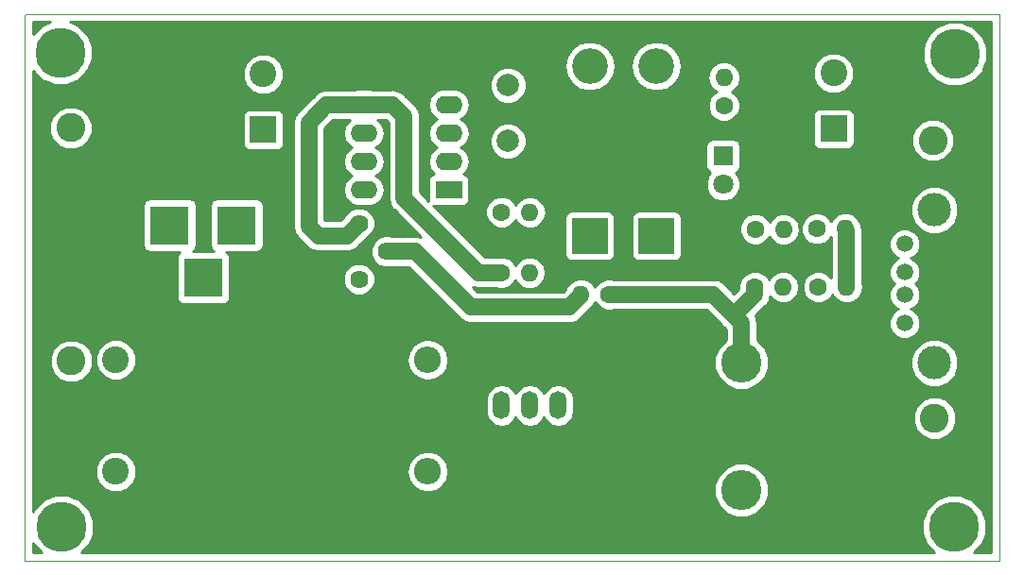
<source format=gbr>
%TF.GenerationSoftware,KiCad,Pcbnew,(5.0.0)*%
%TF.CreationDate,2018-07-29T14:19:51+09:00*%
%TF.ProjectId,mc33063buck1,6D6333333036336275636B312E6B6963,rev?*%
%TF.SameCoordinates,Original*%
%TF.FileFunction,Copper,L1,Top,Signal*%
%TF.FilePolarity,Positive*%
%FSLAX46Y46*%
G04 Gerber Fmt 4.6, Leading zero omitted, Abs format (unit mm)*
G04 Created by KiCad (PCBNEW (5.0.0)) date 07/29/18 14:19:51*
%MOMM*%
%LPD*%
G01*
G04 APERTURE LIST*
%ADD10C,0.100000*%
%ADD11C,2.400000*%
%ADD12O,2.400000X2.400000*%
%ADD13R,3.200000X3.200000*%
%ADD14O,3.200000X3.200000*%
%ADD15C,4.500000*%
%ADD16C,2.600000*%
%ADD17C,2.000000*%
%ADD18R,2.400000X2.400000*%
%ADD19R,1.800000X1.800000*%
%ADD20C,1.800000*%
%ADD21C,1.500000*%
%ADD22C,3.000000*%
%ADD23C,3.600000*%
%ADD24O,1.501140X2.499360*%
%ADD25C,1.600000*%
%ADD26O,1.600000X1.600000*%
%ADD27R,2.400000X1.600000*%
%ADD28O,2.400000X1.600000*%
%ADD29R,3.500000X3.500000*%
%ADD30C,1.620000*%
%ADD31C,1.500000*%
%ADD32C,0.254000*%
G04 APERTURE END LIST*
D10*
X101968300Y-18897600D02*
X14770100Y-18897600D01*
X101968300Y-67919600D02*
X101968300Y-18897600D01*
X14744700Y-67919600D02*
X101968300Y-67919600D01*
X14744700Y-18973800D02*
X14744700Y-67919600D01*
D11*
X22860000Y-59905900D03*
D12*
X50800000Y-59905900D03*
D13*
X71297800Y-38798500D03*
D14*
X71297800Y-23558500D03*
D15*
X17894300Y-22352000D03*
X97942400Y-64897000D03*
X98005900Y-22491700D03*
D16*
X96037400Y-30213300D03*
D17*
X58000900Y-30289500D03*
X58000900Y-25289500D03*
D18*
X87160100Y-29184600D03*
D11*
X87160100Y-24184600D03*
D18*
X36080700Y-29273500D03*
D11*
X36080700Y-24273500D03*
D13*
X65316100Y-38798500D03*
D14*
X65316100Y-23558500D03*
D19*
X77254100Y-31623000D03*
D20*
X77254100Y-34163000D03*
D16*
X18897600Y-50012600D03*
X18834100Y-29108400D03*
X96202500Y-55130700D03*
D21*
X93510100Y-39511700D03*
X93510100Y-42051700D03*
X93510100Y-44081700D03*
X93510100Y-46621700D03*
D22*
X96180100Y-36461700D03*
X96180100Y-50181700D03*
D23*
X78905100Y-61595000D03*
X78905100Y-50155000D03*
D24*
X59956700Y-53987700D03*
X62496700Y-53987700D03*
X57416700Y-53987700D03*
D25*
X57391300Y-42087800D03*
D26*
X59931300Y-42087800D03*
D25*
X67068700Y-44043600D03*
D26*
X64528700Y-44043600D03*
D25*
X57404000Y-36664900D03*
D26*
X59944000Y-36664900D03*
D25*
X77330300Y-27127200D03*
D26*
X77330300Y-24587200D03*
D25*
X80086200Y-43370500D03*
D26*
X82626200Y-43370500D03*
D25*
X85788500Y-43370500D03*
D26*
X88328500Y-43370500D03*
D25*
X80149700Y-38188900D03*
D26*
X82689700Y-38188900D03*
D25*
X85661500Y-38163500D03*
D26*
X88201500Y-38163500D03*
D27*
X52692300Y-34658300D03*
D28*
X45072300Y-27038300D03*
X52692300Y-32118300D03*
X45072300Y-29578300D03*
X52692300Y-29578300D03*
X45072300Y-32118300D03*
X52692300Y-27038300D03*
X45072300Y-34658300D03*
D29*
X33705800Y-37833300D03*
X27705800Y-37833300D03*
X30705800Y-42533300D03*
D15*
X18021300Y-64897000D03*
D11*
X22860000Y-49898300D03*
D12*
X50800000Y-49898300D03*
D30*
X44653200Y-42680900D03*
X47153200Y-40180900D03*
X44653200Y-37680900D03*
D31*
X88328500Y-43370500D02*
X88328500Y-38290500D01*
X88328500Y-38290500D02*
X88201500Y-38163500D01*
X80086200Y-43370500D02*
X80086200Y-44030900D01*
X80086200Y-44030900D02*
X78206600Y-45910500D01*
X67068700Y-44043600D02*
X76339700Y-44043600D01*
X78905100Y-46609000D02*
X78905100Y-50155000D01*
X76339700Y-44043600D02*
X78206600Y-45910500D01*
X78206600Y-45910500D02*
X78905100Y-46609000D01*
X45072300Y-27038300D02*
X41757600Y-27038300D01*
X43548300Y-38785800D02*
X44653200Y-37680900D01*
X41021000Y-38785800D02*
X43548300Y-38785800D01*
X40182800Y-37947600D02*
X41021000Y-38785800D01*
X40182800Y-28613100D02*
X40182800Y-37947600D01*
X41757600Y-27038300D02*
X40182800Y-28613100D01*
X45072300Y-27038300D02*
X47650400Y-27038300D01*
X55372000Y-42087800D02*
X57391300Y-42087800D01*
X48679100Y-35394900D02*
X55372000Y-42087800D01*
X48679100Y-28067000D02*
X48679100Y-35394900D01*
X47650400Y-27038300D02*
X48679100Y-28067000D01*
X64528700Y-44043600D02*
X64528700Y-44157900D01*
X64528700Y-44157900D02*
X63512700Y-45173900D01*
X63512700Y-45173900D02*
X54673500Y-45173900D01*
X54673500Y-45173900D02*
X49680500Y-40180900D01*
X49680500Y-40180900D02*
X47153200Y-40180900D01*
D32*
G36*
X101206300Y-67195700D02*
X99723705Y-67195700D01*
X100388184Y-66531221D01*
X100391302Y-66523694D01*
X100394569Y-66521625D01*
X100610009Y-65995689D01*
X100827400Y-65470862D01*
X100827400Y-65464991D01*
X100829627Y-65459554D01*
X100827400Y-64891183D01*
X100827400Y-64323138D01*
X100825153Y-64317713D01*
X100825130Y-64311838D01*
X100394569Y-63272375D01*
X100391302Y-63270306D01*
X100388184Y-63262779D01*
X99576621Y-62451216D01*
X99569094Y-62448098D01*
X99567025Y-62444831D01*
X99041089Y-62229391D01*
X98516262Y-62012000D01*
X98510391Y-62012000D01*
X98504954Y-62009773D01*
X97936583Y-62012000D01*
X97368538Y-62012000D01*
X97363113Y-62014247D01*
X97357238Y-62014270D01*
X96317775Y-62444831D01*
X96315706Y-62448098D01*
X96308179Y-62451216D01*
X95496616Y-63262779D01*
X95493498Y-63270306D01*
X95490231Y-63272375D01*
X95274791Y-63798311D01*
X95057400Y-64323138D01*
X95057400Y-64329009D01*
X95055173Y-64334446D01*
X95057400Y-64902817D01*
X95057400Y-65470862D01*
X95059647Y-65476287D01*
X95059670Y-65482162D01*
X95490231Y-66521625D01*
X95493498Y-66523694D01*
X95496616Y-66531221D01*
X96161095Y-67195700D01*
X19802605Y-67195700D01*
X20467084Y-66531221D01*
X20470202Y-66523694D01*
X20473469Y-66521625D01*
X20688909Y-65995689D01*
X20906300Y-65470862D01*
X20906300Y-65464991D01*
X20908527Y-65459554D01*
X20906300Y-64891183D01*
X20906300Y-64323138D01*
X20904053Y-64317713D01*
X20904030Y-64311838D01*
X20473469Y-63272375D01*
X20470202Y-63270306D01*
X20467084Y-63262779D01*
X19655521Y-62451216D01*
X19647994Y-62448098D01*
X19645925Y-62444831D01*
X19119989Y-62229391D01*
X18595162Y-62012000D01*
X18589291Y-62012000D01*
X18583854Y-62009773D01*
X18015483Y-62012000D01*
X17447438Y-62012000D01*
X17442013Y-62014247D01*
X17436138Y-62014270D01*
X16396675Y-62444831D01*
X16394606Y-62448098D01*
X16387079Y-62451216D01*
X15575516Y-63262779D01*
X15572398Y-63270306D01*
X15569131Y-63272375D01*
X15481300Y-63486789D01*
X15481300Y-59540896D01*
X21025000Y-59540896D01*
X21025000Y-60270904D01*
X21304362Y-60945344D01*
X21820556Y-61461538D01*
X22494996Y-61740900D01*
X23225004Y-61740900D01*
X23899444Y-61461538D01*
X24415638Y-60945344D01*
X24695000Y-60270904D01*
X24695000Y-59905900D01*
X48929051Y-59905900D01*
X49071469Y-60621881D01*
X49477039Y-61228861D01*
X50084019Y-61634431D01*
X50619273Y-61740900D01*
X50980727Y-61740900D01*
X51515981Y-61634431D01*
X52122961Y-61228861D01*
X52201948Y-61110648D01*
X76470100Y-61110648D01*
X76470100Y-62079352D01*
X76840807Y-62974316D01*
X77525784Y-63659293D01*
X78420748Y-64030000D01*
X79389452Y-64030000D01*
X80284416Y-63659293D01*
X80969393Y-62974316D01*
X81340100Y-62079352D01*
X81340100Y-61110648D01*
X80969393Y-60215684D01*
X80284416Y-59530707D01*
X79389452Y-59160000D01*
X78420748Y-59160000D01*
X77525784Y-59530707D01*
X76840807Y-60215684D01*
X76470100Y-61110648D01*
X52201948Y-61110648D01*
X52528531Y-60621881D01*
X52670949Y-59905900D01*
X52528531Y-59189919D01*
X52122961Y-58582939D01*
X51515981Y-58177369D01*
X50980727Y-58070900D01*
X50619273Y-58070900D01*
X50084019Y-58177369D01*
X49477039Y-58582939D01*
X49071469Y-59189919D01*
X48929051Y-59905900D01*
X24695000Y-59905900D01*
X24695000Y-59540896D01*
X24415638Y-58866456D01*
X23899444Y-58350262D01*
X23225004Y-58070900D01*
X22494996Y-58070900D01*
X21820556Y-58350262D01*
X21304362Y-58866456D01*
X21025000Y-59540896D01*
X15481300Y-59540896D01*
X15481300Y-53352127D01*
X56031130Y-53352127D01*
X56031130Y-54623272D01*
X56111522Y-55027431D01*
X56417760Y-55485749D01*
X56876078Y-55791988D01*
X57416700Y-55899524D01*
X57957321Y-55791988D01*
X58415639Y-55485750D01*
X58686700Y-55080079D01*
X58957760Y-55485749D01*
X59416078Y-55791988D01*
X59956700Y-55899524D01*
X60497321Y-55791988D01*
X60955639Y-55485750D01*
X61226700Y-55080079D01*
X61497760Y-55485749D01*
X61956078Y-55791988D01*
X62496700Y-55899524D01*
X63037321Y-55791988D01*
X63495639Y-55485750D01*
X63801878Y-55027432D01*
X63857896Y-54745805D01*
X94267500Y-54745805D01*
X94267500Y-55515595D01*
X94562086Y-56226790D01*
X95106410Y-56771114D01*
X95817605Y-57065700D01*
X96587395Y-57065700D01*
X97298590Y-56771114D01*
X97842914Y-56226790D01*
X98137500Y-55515595D01*
X98137500Y-54745805D01*
X97842914Y-54034610D01*
X97298590Y-53490286D01*
X96587395Y-53195700D01*
X95817605Y-53195700D01*
X95106410Y-53490286D01*
X94562086Y-54034610D01*
X94267500Y-54745805D01*
X63857896Y-54745805D01*
X63882270Y-54623273D01*
X63882270Y-53352127D01*
X63801878Y-52947968D01*
X63495640Y-52489650D01*
X63037322Y-52183412D01*
X62496700Y-52075876D01*
X61956079Y-52183412D01*
X61497761Y-52489650D01*
X61226700Y-52895320D01*
X60955640Y-52489650D01*
X60497322Y-52183412D01*
X59956700Y-52075876D01*
X59416079Y-52183412D01*
X58957761Y-52489650D01*
X58686700Y-52895320D01*
X58415640Y-52489650D01*
X57957322Y-52183412D01*
X57416700Y-52075876D01*
X56876079Y-52183412D01*
X56417761Y-52489650D01*
X56111522Y-52947968D01*
X56031130Y-53352127D01*
X15481300Y-53352127D01*
X15481300Y-49627705D01*
X16962600Y-49627705D01*
X16962600Y-50397495D01*
X17257186Y-51108690D01*
X17801510Y-51653014D01*
X18512705Y-51947600D01*
X19282495Y-51947600D01*
X19993690Y-51653014D01*
X20538014Y-51108690D01*
X20832600Y-50397495D01*
X20832600Y-49627705D01*
X20793495Y-49533296D01*
X21025000Y-49533296D01*
X21025000Y-50263304D01*
X21304362Y-50937744D01*
X21820556Y-51453938D01*
X22494996Y-51733300D01*
X23225004Y-51733300D01*
X23899444Y-51453938D01*
X24415638Y-50937744D01*
X24695000Y-50263304D01*
X24695000Y-49898300D01*
X48929051Y-49898300D01*
X49071469Y-50614281D01*
X49477039Y-51221261D01*
X50084019Y-51626831D01*
X50619273Y-51733300D01*
X50980727Y-51733300D01*
X51515981Y-51626831D01*
X52122961Y-51221261D01*
X52528531Y-50614281D01*
X52670949Y-49898300D01*
X52528531Y-49182319D01*
X52122961Y-48575339D01*
X51515981Y-48169769D01*
X50980727Y-48063300D01*
X50619273Y-48063300D01*
X50084019Y-48169769D01*
X49477039Y-48575339D01*
X49071469Y-49182319D01*
X48929051Y-49898300D01*
X24695000Y-49898300D01*
X24695000Y-49533296D01*
X24415638Y-48858856D01*
X23899444Y-48342662D01*
X23225004Y-48063300D01*
X22494996Y-48063300D01*
X21820556Y-48342662D01*
X21304362Y-48858856D01*
X21025000Y-49533296D01*
X20793495Y-49533296D01*
X20538014Y-48916510D01*
X19993690Y-48372186D01*
X19282495Y-48077600D01*
X18512705Y-48077600D01*
X17801510Y-48372186D01*
X17257186Y-48916510D01*
X16962600Y-49627705D01*
X15481300Y-49627705D01*
X15481300Y-36083300D01*
X25308360Y-36083300D01*
X25308360Y-39583300D01*
X25357643Y-39831065D01*
X25497991Y-40041109D01*
X25708035Y-40181457D01*
X25955800Y-40230740D01*
X28639795Y-40230740D01*
X28497991Y-40325491D01*
X28357643Y-40535535D01*
X28308360Y-40783300D01*
X28308360Y-44283300D01*
X28357643Y-44531065D01*
X28497991Y-44741109D01*
X28708035Y-44881457D01*
X28955800Y-44930740D01*
X32455800Y-44930740D01*
X32703565Y-44881457D01*
X32913609Y-44741109D01*
X33053957Y-44531065D01*
X33103240Y-44283300D01*
X33103240Y-42393472D01*
X43208200Y-42393472D01*
X43208200Y-42968328D01*
X43428188Y-43499427D01*
X43834673Y-43905912D01*
X44365772Y-44125900D01*
X44940628Y-44125900D01*
X45471727Y-43905912D01*
X45878212Y-43499427D01*
X46098200Y-42968328D01*
X46098200Y-42393472D01*
X45878212Y-41862373D01*
X45471727Y-41455888D01*
X44940628Y-41235900D01*
X44365772Y-41235900D01*
X43834673Y-41455888D01*
X43428188Y-41862373D01*
X43208200Y-42393472D01*
X33103240Y-42393472D01*
X33103240Y-40783300D01*
X33053957Y-40535535D01*
X32913609Y-40325491D01*
X32771805Y-40230740D01*
X35455800Y-40230740D01*
X35703565Y-40181457D01*
X35913609Y-40041109D01*
X36053957Y-39831065D01*
X36103240Y-39583300D01*
X36103240Y-36083300D01*
X36053957Y-35835535D01*
X35913609Y-35625491D01*
X35703565Y-35485143D01*
X35455800Y-35435860D01*
X31955800Y-35435860D01*
X31708035Y-35485143D01*
X31497991Y-35625491D01*
X31357643Y-35835535D01*
X31308360Y-36083300D01*
X31308360Y-39583300D01*
X31357643Y-39831065D01*
X31497991Y-40041109D01*
X31639795Y-40135860D01*
X29771805Y-40135860D01*
X29913609Y-40041109D01*
X30053957Y-39831065D01*
X30103240Y-39583300D01*
X30103240Y-36083300D01*
X30053957Y-35835535D01*
X29913609Y-35625491D01*
X29703565Y-35485143D01*
X29455800Y-35435860D01*
X25955800Y-35435860D01*
X25708035Y-35485143D01*
X25497991Y-35625491D01*
X25357643Y-35835535D01*
X25308360Y-36083300D01*
X15481300Y-36083300D01*
X15481300Y-28723505D01*
X16899100Y-28723505D01*
X16899100Y-29493295D01*
X17193686Y-30204490D01*
X17738010Y-30748814D01*
X18449205Y-31043400D01*
X19218995Y-31043400D01*
X19930190Y-30748814D01*
X20474514Y-30204490D01*
X20769100Y-29493295D01*
X20769100Y-28723505D01*
X20499860Y-28073500D01*
X34233260Y-28073500D01*
X34233260Y-30473500D01*
X34282543Y-30721265D01*
X34422891Y-30931309D01*
X34632935Y-31071657D01*
X34880700Y-31120940D01*
X37280700Y-31120940D01*
X37528465Y-31071657D01*
X37738509Y-30931309D01*
X37878857Y-30721265D01*
X37928140Y-30473500D01*
X37928140Y-28613100D01*
X38770667Y-28613100D01*
X38797800Y-28749507D01*
X38797801Y-37811188D01*
X38770667Y-37947600D01*
X38878159Y-38487999D01*
X39083892Y-38795900D01*
X39184272Y-38946129D01*
X39299913Y-39023398D01*
X39945200Y-39668685D01*
X40022471Y-39784329D01*
X40480600Y-40090441D01*
X41021000Y-40197933D01*
X41157407Y-40170800D01*
X43411893Y-40170800D01*
X43548300Y-40197933D01*
X43684707Y-40170800D01*
X44088700Y-40090441D01*
X44546829Y-39784329D01*
X44624099Y-39668686D01*
X45326874Y-38965912D01*
X45471727Y-38905912D01*
X45878212Y-38499427D01*
X46098200Y-37968328D01*
X46098200Y-37393472D01*
X45878212Y-36862373D01*
X45471727Y-36455888D01*
X44940628Y-36235900D01*
X44365772Y-36235900D01*
X43834673Y-36455888D01*
X43428188Y-36862373D01*
X43368188Y-37007226D01*
X42974615Y-37400800D01*
X41594685Y-37400800D01*
X41567800Y-37373915D01*
X41567800Y-29186785D01*
X42331286Y-28423300D01*
X43817949Y-28423300D01*
X43637723Y-28543723D01*
X43320560Y-29018391D01*
X43209187Y-29578300D01*
X43320560Y-30138209D01*
X43637723Y-30612877D01*
X43990058Y-30848300D01*
X43637723Y-31083723D01*
X43320560Y-31558391D01*
X43209187Y-32118300D01*
X43320560Y-32678209D01*
X43637723Y-33152877D01*
X43990058Y-33388300D01*
X43637723Y-33623723D01*
X43320560Y-34098391D01*
X43209187Y-34658300D01*
X43320560Y-35218209D01*
X43637723Y-35692877D01*
X44112391Y-36010040D01*
X44530967Y-36093300D01*
X45613633Y-36093300D01*
X46032209Y-36010040D01*
X46506877Y-35692877D01*
X46824040Y-35218209D01*
X46935413Y-34658300D01*
X46824040Y-34098391D01*
X46506877Y-33623723D01*
X46154542Y-33388300D01*
X46506877Y-33152877D01*
X46824040Y-32678209D01*
X46935413Y-32118300D01*
X46824040Y-31558391D01*
X46506877Y-31083723D01*
X46154542Y-30848300D01*
X46506877Y-30612877D01*
X46824040Y-30138209D01*
X46935413Y-29578300D01*
X46824040Y-29018391D01*
X46506877Y-28543723D01*
X46326651Y-28423300D01*
X47076715Y-28423300D01*
X47294100Y-28640685D01*
X47294101Y-35258488D01*
X47266967Y-35394900D01*
X47374459Y-35935299D01*
X47603303Y-36277788D01*
X47680572Y-36393429D01*
X47796212Y-36470697D01*
X50197025Y-38871510D01*
X49816907Y-38795900D01*
X49680500Y-38768767D01*
X49544093Y-38795900D01*
X47585481Y-38795900D01*
X47440628Y-38735900D01*
X46865772Y-38735900D01*
X46334673Y-38955888D01*
X45928188Y-39362373D01*
X45708200Y-39893472D01*
X45708200Y-40468328D01*
X45928188Y-40999427D01*
X46334673Y-41405912D01*
X46865772Y-41625900D01*
X47440628Y-41625900D01*
X47585481Y-41565900D01*
X49106815Y-41565900D01*
X53597700Y-46056785D01*
X53674971Y-46172429D01*
X54133100Y-46478541D01*
X54537093Y-46558900D01*
X54673499Y-46586033D01*
X54809905Y-46558900D01*
X63376293Y-46558900D01*
X63512700Y-46586033D01*
X63649107Y-46558900D01*
X64053100Y-46478541D01*
X64511229Y-46172429D01*
X64588499Y-46056786D01*
X65411588Y-45233698D01*
X65527229Y-45156429D01*
X65606601Y-45037641D01*
X65804520Y-44741434D01*
X65852166Y-44856462D01*
X66255838Y-45260134D01*
X66783261Y-45478600D01*
X67354139Y-45478600D01*
X67474850Y-45428600D01*
X75766015Y-45428600D01*
X77130805Y-46793390D01*
X77208072Y-46909028D01*
X77323710Y-46986295D01*
X77520100Y-47182685D01*
X77520100Y-48096391D01*
X76840807Y-48775684D01*
X76470100Y-49670648D01*
X76470100Y-50639352D01*
X76840807Y-51534316D01*
X77525784Y-52219293D01*
X78420748Y-52590000D01*
X79389452Y-52590000D01*
X80284416Y-52219293D01*
X80969393Y-51534316D01*
X81340100Y-50639352D01*
X81340100Y-49757022D01*
X94045100Y-49757022D01*
X94045100Y-50606378D01*
X94370134Y-51391080D01*
X94970720Y-51991666D01*
X95755422Y-52316700D01*
X96604778Y-52316700D01*
X97389480Y-51991666D01*
X97990066Y-51391080D01*
X98315100Y-50606378D01*
X98315100Y-49757022D01*
X97990066Y-48972320D01*
X97389480Y-48371734D01*
X96604778Y-48046700D01*
X95755422Y-48046700D01*
X94970720Y-48371734D01*
X94370134Y-48972320D01*
X94045100Y-49757022D01*
X81340100Y-49757022D01*
X81340100Y-49670648D01*
X80969393Y-48775684D01*
X80290100Y-48096391D01*
X80290100Y-46745405D01*
X80317233Y-46608999D01*
X80245763Y-46249696D01*
X80209741Y-46068600D01*
X80128608Y-45947177D01*
X80969088Y-45106698D01*
X81084729Y-45029429D01*
X81390841Y-44571300D01*
X81433429Y-44357194D01*
X81462380Y-44211651D01*
X81591623Y-44405077D01*
X82066291Y-44722240D01*
X82484867Y-44805500D01*
X82767533Y-44805500D01*
X83186109Y-44722240D01*
X83660777Y-44405077D01*
X83977940Y-43930409D01*
X84089313Y-43370500D01*
X83977940Y-42810591D01*
X83660777Y-42335923D01*
X83186109Y-42018760D01*
X82767533Y-41935500D01*
X82484867Y-41935500D01*
X82066291Y-42018760D01*
X81591623Y-42335923D01*
X81356594Y-42687668D01*
X81302734Y-42557638D01*
X80899062Y-42153966D01*
X80371639Y-41935500D01*
X79800761Y-41935500D01*
X79273338Y-42153966D01*
X78869666Y-42557638D01*
X78651200Y-43085061D01*
X78651200Y-43507214D01*
X78206600Y-43951815D01*
X77415500Y-43160715D01*
X77338229Y-43045071D01*
X76880100Y-42738959D01*
X76476107Y-42658600D01*
X76339700Y-42631467D01*
X76203293Y-42658600D01*
X67474850Y-42658600D01*
X67354139Y-42608600D01*
X66783261Y-42608600D01*
X66255838Y-42827066D01*
X65852166Y-43230738D01*
X65798306Y-43360768D01*
X65563277Y-43009023D01*
X65088609Y-42691860D01*
X64670033Y-42608600D01*
X64387367Y-42608600D01*
X63968791Y-42691860D01*
X63494123Y-43009023D01*
X63176960Y-43483691D01*
X63160258Y-43567656D01*
X62939015Y-43788900D01*
X55247185Y-43788900D01*
X54855475Y-43397190D01*
X55372000Y-43499933D01*
X55508407Y-43472800D01*
X56985150Y-43472800D01*
X57105861Y-43522800D01*
X57676739Y-43522800D01*
X58204162Y-43304334D01*
X58607834Y-42900662D01*
X58661694Y-42770632D01*
X58896723Y-43122377D01*
X59371391Y-43439540D01*
X59789967Y-43522800D01*
X60072633Y-43522800D01*
X60491209Y-43439540D01*
X60965877Y-43122377D01*
X61283040Y-42647709D01*
X61394413Y-42087800D01*
X61283040Y-41527891D01*
X60965877Y-41053223D01*
X60491209Y-40736060D01*
X60072633Y-40652800D01*
X59789967Y-40652800D01*
X59371391Y-40736060D01*
X58896723Y-41053223D01*
X58661694Y-41404968D01*
X58607834Y-41274938D01*
X58204162Y-40871266D01*
X57676739Y-40652800D01*
X57105861Y-40652800D01*
X56985150Y-40702800D01*
X55945686Y-40702800D01*
X51622347Y-36379461D01*
X55969000Y-36379461D01*
X55969000Y-36950339D01*
X56187466Y-37477762D01*
X56591138Y-37881434D01*
X57118561Y-38099900D01*
X57689439Y-38099900D01*
X58216862Y-37881434D01*
X58620534Y-37477762D01*
X58674394Y-37347732D01*
X58909423Y-37699477D01*
X59384091Y-38016640D01*
X59802667Y-38099900D01*
X60085333Y-38099900D01*
X60503909Y-38016640D01*
X60978577Y-37699477D01*
X61295740Y-37224809D01*
X61300973Y-37198500D01*
X63068660Y-37198500D01*
X63068660Y-40398500D01*
X63117943Y-40646265D01*
X63258291Y-40856309D01*
X63468335Y-40996657D01*
X63716100Y-41045940D01*
X66916100Y-41045940D01*
X67163865Y-40996657D01*
X67373909Y-40856309D01*
X67514257Y-40646265D01*
X67563540Y-40398500D01*
X67563540Y-37198500D01*
X69050360Y-37198500D01*
X69050360Y-40398500D01*
X69099643Y-40646265D01*
X69239991Y-40856309D01*
X69450035Y-40996657D01*
X69697800Y-41045940D01*
X72897800Y-41045940D01*
X73145565Y-40996657D01*
X73355609Y-40856309D01*
X73495957Y-40646265D01*
X73545240Y-40398500D01*
X73545240Y-37903461D01*
X78714700Y-37903461D01*
X78714700Y-38474339D01*
X78933166Y-39001762D01*
X79336838Y-39405434D01*
X79864261Y-39623900D01*
X80435139Y-39623900D01*
X80962562Y-39405434D01*
X81366234Y-39001762D01*
X81420094Y-38871732D01*
X81655123Y-39223477D01*
X82129791Y-39540640D01*
X82548367Y-39623900D01*
X82831033Y-39623900D01*
X83249609Y-39540640D01*
X83724277Y-39223477D01*
X84041440Y-38748809D01*
X84152813Y-38188900D01*
X84090984Y-37878061D01*
X84226500Y-37878061D01*
X84226500Y-38448939D01*
X84444966Y-38976362D01*
X84848638Y-39380034D01*
X85376061Y-39598500D01*
X85946939Y-39598500D01*
X86474362Y-39380034D01*
X86878034Y-38976362D01*
X86931894Y-38846332D01*
X86943501Y-38863702D01*
X86943500Y-42496104D01*
X86601362Y-42153966D01*
X86073939Y-41935500D01*
X85503061Y-41935500D01*
X84975638Y-42153966D01*
X84571966Y-42557638D01*
X84353500Y-43085061D01*
X84353500Y-43655939D01*
X84571966Y-44183362D01*
X84975638Y-44587034D01*
X85503061Y-44805500D01*
X86073939Y-44805500D01*
X86601362Y-44587034D01*
X87005034Y-44183362D01*
X87058894Y-44053332D01*
X87293923Y-44405077D01*
X87768591Y-44722240D01*
X88187167Y-44805500D01*
X88469833Y-44805500D01*
X88888409Y-44722240D01*
X89363077Y-44405077D01*
X89680240Y-43930409D01*
X89791613Y-43370500D01*
X89713500Y-42977800D01*
X89713500Y-39236206D01*
X92125100Y-39236206D01*
X92125100Y-39787194D01*
X92335953Y-40296240D01*
X92725560Y-40685847D01*
X92956970Y-40781700D01*
X92725560Y-40877553D01*
X92335953Y-41267160D01*
X92125100Y-41776206D01*
X92125100Y-42327194D01*
X92335953Y-42836240D01*
X92566413Y-43066700D01*
X92335953Y-43297160D01*
X92125100Y-43806206D01*
X92125100Y-44357194D01*
X92335953Y-44866240D01*
X92725560Y-45255847D01*
X92956970Y-45351700D01*
X92725560Y-45447553D01*
X92335953Y-45837160D01*
X92125100Y-46346206D01*
X92125100Y-46897194D01*
X92335953Y-47406240D01*
X92725560Y-47795847D01*
X93234606Y-48006700D01*
X93785594Y-48006700D01*
X94294640Y-47795847D01*
X94684247Y-47406240D01*
X94895100Y-46897194D01*
X94895100Y-46346206D01*
X94684247Y-45837160D01*
X94294640Y-45447553D01*
X94063230Y-45351700D01*
X94294640Y-45255847D01*
X94684247Y-44866240D01*
X94895100Y-44357194D01*
X94895100Y-43806206D01*
X94684247Y-43297160D01*
X94453787Y-43066700D01*
X94684247Y-42836240D01*
X94895100Y-42327194D01*
X94895100Y-41776206D01*
X94684247Y-41267160D01*
X94294640Y-40877553D01*
X94063230Y-40781700D01*
X94294640Y-40685847D01*
X94684247Y-40296240D01*
X94895100Y-39787194D01*
X94895100Y-39236206D01*
X94684247Y-38727160D01*
X94294640Y-38337553D01*
X93785594Y-38126700D01*
X93234606Y-38126700D01*
X92725560Y-38337553D01*
X92335953Y-38727160D01*
X92125100Y-39236206D01*
X89713500Y-39236206D01*
X89713500Y-38426905D01*
X89740633Y-38290499D01*
X89663646Y-37903461D01*
X89633141Y-37750100D01*
X89560867Y-37641934D01*
X89553240Y-37603591D01*
X89236077Y-37128923D01*
X88761409Y-36811760D01*
X88342833Y-36728500D01*
X88060167Y-36728500D01*
X87641591Y-36811760D01*
X87166923Y-37128923D01*
X86931894Y-37480668D01*
X86878034Y-37350638D01*
X86474362Y-36946966D01*
X85946939Y-36728500D01*
X85376061Y-36728500D01*
X84848638Y-36946966D01*
X84444966Y-37350638D01*
X84226500Y-37878061D01*
X84090984Y-37878061D01*
X84041440Y-37628991D01*
X83724277Y-37154323D01*
X83249609Y-36837160D01*
X82831033Y-36753900D01*
X82548367Y-36753900D01*
X82129791Y-36837160D01*
X81655123Y-37154323D01*
X81420094Y-37506068D01*
X81366234Y-37376038D01*
X80962562Y-36972366D01*
X80435139Y-36753900D01*
X79864261Y-36753900D01*
X79336838Y-36972366D01*
X78933166Y-37376038D01*
X78714700Y-37903461D01*
X73545240Y-37903461D01*
X73545240Y-37198500D01*
X73495957Y-36950735D01*
X73355609Y-36740691D01*
X73145565Y-36600343D01*
X72897800Y-36551060D01*
X69697800Y-36551060D01*
X69450035Y-36600343D01*
X69239991Y-36740691D01*
X69099643Y-36950735D01*
X69050360Y-37198500D01*
X67563540Y-37198500D01*
X67514257Y-36950735D01*
X67373909Y-36740691D01*
X67163865Y-36600343D01*
X66916100Y-36551060D01*
X63716100Y-36551060D01*
X63468335Y-36600343D01*
X63258291Y-36740691D01*
X63117943Y-36950735D01*
X63068660Y-37198500D01*
X61300973Y-37198500D01*
X61407113Y-36664900D01*
X61295740Y-36104991D01*
X61250325Y-36037022D01*
X94045100Y-36037022D01*
X94045100Y-36886378D01*
X94370134Y-37671080D01*
X94970720Y-38271666D01*
X95755422Y-38596700D01*
X96604778Y-38596700D01*
X97389480Y-38271666D01*
X97990066Y-37671080D01*
X98315100Y-36886378D01*
X98315100Y-36037022D01*
X97990066Y-35252320D01*
X97389480Y-34651734D01*
X96604778Y-34326700D01*
X95755422Y-34326700D01*
X94970720Y-34651734D01*
X94370134Y-35252320D01*
X94045100Y-36037022D01*
X61250325Y-36037022D01*
X60978577Y-35630323D01*
X60503909Y-35313160D01*
X60085333Y-35229900D01*
X59802667Y-35229900D01*
X59384091Y-35313160D01*
X58909423Y-35630323D01*
X58674394Y-35982068D01*
X58620534Y-35852038D01*
X58216862Y-35448366D01*
X57689439Y-35229900D01*
X57118561Y-35229900D01*
X56591138Y-35448366D01*
X56187466Y-35852038D01*
X55969000Y-36379461D01*
X51622347Y-36379461D01*
X51312951Y-36070066D01*
X51492300Y-36105740D01*
X53892300Y-36105740D01*
X54140065Y-36056457D01*
X54350109Y-35916109D01*
X54490457Y-35706065D01*
X54539740Y-35458300D01*
X54539740Y-33858300D01*
X54490457Y-33610535D01*
X54350109Y-33400491D01*
X54140065Y-33260143D01*
X54006194Y-33233515D01*
X54126877Y-33152877D01*
X54444040Y-32678209D01*
X54555413Y-32118300D01*
X54444040Y-31558391D01*
X54126877Y-31083723D01*
X53774542Y-30848300D01*
X54126877Y-30612877D01*
X54444040Y-30138209D01*
X54478637Y-29964278D01*
X56365900Y-29964278D01*
X56365900Y-30614722D01*
X56614814Y-31215653D01*
X57074747Y-31675586D01*
X57675678Y-31924500D01*
X58326122Y-31924500D01*
X58927053Y-31675586D01*
X59386986Y-31215653D01*
X59591049Y-30723000D01*
X75706660Y-30723000D01*
X75706660Y-32523000D01*
X75755943Y-32770765D01*
X75896291Y-32980809D01*
X76106335Y-33121157D01*
X76122008Y-33124275D01*
X75952790Y-33293493D01*
X75719100Y-33857670D01*
X75719100Y-34468330D01*
X75952790Y-35032507D01*
X76384593Y-35464310D01*
X76948770Y-35698000D01*
X77559430Y-35698000D01*
X78123607Y-35464310D01*
X78555410Y-35032507D01*
X78789100Y-34468330D01*
X78789100Y-33857670D01*
X78555410Y-33293493D01*
X78386192Y-33124275D01*
X78401865Y-33121157D01*
X78611909Y-32980809D01*
X78752257Y-32770765D01*
X78801540Y-32523000D01*
X78801540Y-30723000D01*
X78752257Y-30475235D01*
X78611909Y-30265191D01*
X78401865Y-30124843D01*
X78154100Y-30075560D01*
X76354100Y-30075560D01*
X76106335Y-30124843D01*
X75896291Y-30265191D01*
X75755943Y-30475235D01*
X75706660Y-30723000D01*
X59591049Y-30723000D01*
X59635900Y-30614722D01*
X59635900Y-29964278D01*
X59386986Y-29363347D01*
X58927053Y-28903414D01*
X58326122Y-28654500D01*
X57675678Y-28654500D01*
X57074747Y-28903414D01*
X56614814Y-29363347D01*
X56365900Y-29964278D01*
X54478637Y-29964278D01*
X54555413Y-29578300D01*
X54444040Y-29018391D01*
X54126877Y-28543723D01*
X53774542Y-28308300D01*
X54126877Y-28072877D01*
X54444040Y-27598209D01*
X54555413Y-27038300D01*
X54444040Y-26478391D01*
X54126877Y-26003723D01*
X53652209Y-25686560D01*
X53233633Y-25603300D01*
X52150967Y-25603300D01*
X51732391Y-25686560D01*
X51257723Y-26003723D01*
X50940560Y-26478391D01*
X50829187Y-27038300D01*
X50940560Y-27598209D01*
X51257723Y-28072877D01*
X51610058Y-28308300D01*
X51257723Y-28543723D01*
X50940560Y-29018391D01*
X50829187Y-29578300D01*
X50940560Y-30138209D01*
X51257723Y-30612877D01*
X51610058Y-30848300D01*
X51257723Y-31083723D01*
X50940560Y-31558391D01*
X50829187Y-32118300D01*
X50940560Y-32678209D01*
X51257723Y-33152877D01*
X51378406Y-33233515D01*
X51244535Y-33260143D01*
X51034491Y-33400491D01*
X50894143Y-33610535D01*
X50844860Y-33858300D01*
X50844860Y-35458300D01*
X50880534Y-35637649D01*
X50064100Y-34821215D01*
X50064100Y-28203401D01*
X50091232Y-28066999D01*
X50064100Y-27930597D01*
X50064100Y-27930593D01*
X49983741Y-27526600D01*
X49677628Y-27068471D01*
X49561987Y-26991202D01*
X48726200Y-26155415D01*
X48648929Y-26039771D01*
X48190800Y-25733659D01*
X47786807Y-25653300D01*
X47650400Y-25626167D01*
X47513993Y-25653300D01*
X45865000Y-25653300D01*
X45613633Y-25603300D01*
X44530967Y-25603300D01*
X44279600Y-25653300D01*
X41894007Y-25653300D01*
X41757600Y-25626167D01*
X41621193Y-25653300D01*
X41217200Y-25733659D01*
X40759071Y-26039771D01*
X40681802Y-26155412D01*
X39299912Y-27537303D01*
X39184271Y-27614572D01*
X38979397Y-27921188D01*
X38878159Y-28072701D01*
X38770667Y-28613100D01*
X37928140Y-28613100D01*
X37928140Y-28073500D01*
X37878857Y-27825735D01*
X37738509Y-27615691D01*
X37528465Y-27475343D01*
X37280700Y-27426060D01*
X34880700Y-27426060D01*
X34632935Y-27475343D01*
X34422891Y-27615691D01*
X34282543Y-27825735D01*
X34233260Y-28073500D01*
X20499860Y-28073500D01*
X20474514Y-28012310D01*
X19930190Y-27467986D01*
X19218995Y-27173400D01*
X18449205Y-27173400D01*
X17738010Y-27467986D01*
X17193686Y-28012310D01*
X16899100Y-28723505D01*
X15481300Y-28723505D01*
X15481300Y-24019005D01*
X16260079Y-24797784D01*
X16267606Y-24800902D01*
X16269675Y-24804169D01*
X16795611Y-25019609D01*
X17320438Y-25237000D01*
X17326309Y-25237000D01*
X17331746Y-25239227D01*
X17900117Y-25237000D01*
X18468162Y-25237000D01*
X18473587Y-25234753D01*
X18479462Y-25234730D01*
X19518925Y-24804169D01*
X19520994Y-24800902D01*
X19528521Y-24797784D01*
X20340084Y-23986221D01*
X20343202Y-23978694D01*
X20346469Y-23976625D01*
X20374376Y-23908496D01*
X34245700Y-23908496D01*
X34245700Y-24638504D01*
X34525062Y-25312944D01*
X35041256Y-25829138D01*
X35715696Y-26108500D01*
X36445704Y-26108500D01*
X37120144Y-25829138D01*
X37636338Y-25312944D01*
X37780760Y-24964278D01*
X56365900Y-24964278D01*
X56365900Y-25614722D01*
X56614814Y-26215653D01*
X57074747Y-26675586D01*
X57675678Y-26924500D01*
X58326122Y-26924500D01*
X58927053Y-26675586D01*
X59386986Y-26215653D01*
X59635900Y-25614722D01*
X59635900Y-24964278D01*
X59386986Y-24363347D01*
X58927053Y-23903414D01*
X58326122Y-23654500D01*
X57675678Y-23654500D01*
X57074747Y-23903414D01*
X56614814Y-24363347D01*
X56365900Y-24964278D01*
X37780760Y-24964278D01*
X37915700Y-24638504D01*
X37915700Y-23908496D01*
X37770728Y-23558500D01*
X63037314Y-23558500D01*
X63210776Y-24430554D01*
X63704755Y-25169845D01*
X64444046Y-25663824D01*
X65095972Y-25793500D01*
X65536228Y-25793500D01*
X66188154Y-25663824D01*
X66927445Y-25169845D01*
X67421424Y-24430554D01*
X67594886Y-23558500D01*
X69019014Y-23558500D01*
X69192476Y-24430554D01*
X69686455Y-25169845D01*
X70425746Y-25663824D01*
X71077672Y-25793500D01*
X71517928Y-25793500D01*
X72169854Y-25663824D01*
X72909145Y-25169845D01*
X73298456Y-24587200D01*
X75867187Y-24587200D01*
X75978560Y-25147109D01*
X76295723Y-25621777D01*
X76647468Y-25856806D01*
X76517438Y-25910666D01*
X76113766Y-26314338D01*
X75895300Y-26841761D01*
X75895300Y-27412639D01*
X76113766Y-27940062D01*
X76517438Y-28343734D01*
X77044861Y-28562200D01*
X77615739Y-28562200D01*
X78143162Y-28343734D01*
X78502296Y-27984600D01*
X85312660Y-27984600D01*
X85312660Y-30384600D01*
X85361943Y-30632365D01*
X85502291Y-30842409D01*
X85712335Y-30982757D01*
X85960100Y-31032040D01*
X88360100Y-31032040D01*
X88607865Y-30982757D01*
X88817909Y-30842409D01*
X88958257Y-30632365D01*
X89007540Y-30384600D01*
X89007540Y-29828405D01*
X94102400Y-29828405D01*
X94102400Y-30598195D01*
X94396986Y-31309390D01*
X94941310Y-31853714D01*
X95652505Y-32148300D01*
X96422295Y-32148300D01*
X97133490Y-31853714D01*
X97677814Y-31309390D01*
X97972400Y-30598195D01*
X97972400Y-29828405D01*
X97677814Y-29117210D01*
X97133490Y-28572886D01*
X96422295Y-28278300D01*
X95652505Y-28278300D01*
X94941310Y-28572886D01*
X94396986Y-29117210D01*
X94102400Y-29828405D01*
X89007540Y-29828405D01*
X89007540Y-27984600D01*
X88958257Y-27736835D01*
X88817909Y-27526791D01*
X88607865Y-27386443D01*
X88360100Y-27337160D01*
X85960100Y-27337160D01*
X85712335Y-27386443D01*
X85502291Y-27526791D01*
X85361943Y-27736835D01*
X85312660Y-27984600D01*
X78502296Y-27984600D01*
X78546834Y-27940062D01*
X78765300Y-27412639D01*
X78765300Y-26841761D01*
X78546834Y-26314338D01*
X78143162Y-25910666D01*
X78013132Y-25856806D01*
X78364877Y-25621777D01*
X78682040Y-25147109D01*
X78793413Y-24587200D01*
X78682040Y-24027291D01*
X78543263Y-23819596D01*
X85325100Y-23819596D01*
X85325100Y-24549604D01*
X85604462Y-25224044D01*
X86120656Y-25740238D01*
X86795096Y-26019600D01*
X87525104Y-26019600D01*
X88199544Y-25740238D01*
X88715738Y-25224044D01*
X88995100Y-24549604D01*
X88995100Y-23819596D01*
X88715738Y-23145156D01*
X88199544Y-22628962D01*
X87525104Y-22349600D01*
X86795096Y-22349600D01*
X86120656Y-22628962D01*
X85604462Y-23145156D01*
X85325100Y-23819596D01*
X78543263Y-23819596D01*
X78364877Y-23552623D01*
X77890209Y-23235460D01*
X77471633Y-23152200D01*
X77188967Y-23152200D01*
X76770391Y-23235460D01*
X76295723Y-23552623D01*
X75978560Y-24027291D01*
X75867187Y-24587200D01*
X73298456Y-24587200D01*
X73403124Y-24430554D01*
X73576586Y-23558500D01*
X73403124Y-22686446D01*
X72909145Y-21947155D01*
X72882193Y-21929146D01*
X95118673Y-21929146D01*
X95120900Y-22497517D01*
X95120900Y-23065562D01*
X95123147Y-23070987D01*
X95123170Y-23076862D01*
X95553731Y-24116325D01*
X95556998Y-24118394D01*
X95560116Y-24125921D01*
X96371679Y-24937484D01*
X96379206Y-24940602D01*
X96381275Y-24943869D01*
X96907211Y-25159309D01*
X97432038Y-25376700D01*
X97437909Y-25376700D01*
X97443346Y-25378927D01*
X98011717Y-25376700D01*
X98579762Y-25376700D01*
X98585187Y-25374453D01*
X98591062Y-25374430D01*
X99630525Y-24943869D01*
X99632594Y-24940602D01*
X99640121Y-24937484D01*
X100451684Y-24125921D01*
X100454802Y-24118394D01*
X100458069Y-24116325D01*
X100673509Y-23590389D01*
X100890900Y-23065562D01*
X100890900Y-23059691D01*
X100893127Y-23054254D01*
X100890900Y-22485883D01*
X100890900Y-21917838D01*
X100888653Y-21912413D01*
X100888630Y-21906538D01*
X100458069Y-20867075D01*
X100454802Y-20865006D01*
X100451684Y-20857479D01*
X99640121Y-20045916D01*
X99632594Y-20042798D01*
X99630525Y-20039531D01*
X99104589Y-19824091D01*
X98579762Y-19606700D01*
X98573891Y-19606700D01*
X98568454Y-19604473D01*
X98000083Y-19606700D01*
X97432038Y-19606700D01*
X97426613Y-19608947D01*
X97420738Y-19608970D01*
X96381275Y-20039531D01*
X96379206Y-20042798D01*
X96371679Y-20045916D01*
X95560116Y-20857479D01*
X95556998Y-20865006D01*
X95553731Y-20867075D01*
X95338291Y-21393011D01*
X95120900Y-21917838D01*
X95120900Y-21923709D01*
X95118673Y-21929146D01*
X72882193Y-21929146D01*
X72169854Y-21453176D01*
X71517928Y-21323500D01*
X71077672Y-21323500D01*
X70425746Y-21453176D01*
X69686455Y-21947155D01*
X69192476Y-22686446D01*
X69019014Y-23558500D01*
X67594886Y-23558500D01*
X67421424Y-22686446D01*
X66927445Y-21947155D01*
X66188154Y-21453176D01*
X65536228Y-21323500D01*
X65095972Y-21323500D01*
X64444046Y-21453176D01*
X63704755Y-21947155D01*
X63210776Y-22686446D01*
X63037314Y-23558500D01*
X37770728Y-23558500D01*
X37636338Y-23234056D01*
X37120144Y-22717862D01*
X36445704Y-22438500D01*
X35715696Y-22438500D01*
X35041256Y-22717862D01*
X34525062Y-23234056D01*
X34245700Y-23908496D01*
X20374376Y-23908496D01*
X20561909Y-23450689D01*
X20779300Y-22925862D01*
X20779300Y-22919991D01*
X20781527Y-22914554D01*
X20779300Y-22346183D01*
X20779300Y-21778138D01*
X20777053Y-21772713D01*
X20777030Y-21766838D01*
X20346469Y-20727375D01*
X20343202Y-20725306D01*
X20340084Y-20717779D01*
X19528521Y-19906216D01*
X19520994Y-19903098D01*
X19518925Y-19899831D01*
X18992989Y-19684391D01*
X18747245Y-19582600D01*
X101206300Y-19582600D01*
X101206300Y-67195700D01*
X101206300Y-67195700D01*
G37*
X101206300Y-67195700D02*
X99723705Y-67195700D01*
X100388184Y-66531221D01*
X100391302Y-66523694D01*
X100394569Y-66521625D01*
X100610009Y-65995689D01*
X100827400Y-65470862D01*
X100827400Y-65464991D01*
X100829627Y-65459554D01*
X100827400Y-64891183D01*
X100827400Y-64323138D01*
X100825153Y-64317713D01*
X100825130Y-64311838D01*
X100394569Y-63272375D01*
X100391302Y-63270306D01*
X100388184Y-63262779D01*
X99576621Y-62451216D01*
X99569094Y-62448098D01*
X99567025Y-62444831D01*
X99041089Y-62229391D01*
X98516262Y-62012000D01*
X98510391Y-62012000D01*
X98504954Y-62009773D01*
X97936583Y-62012000D01*
X97368538Y-62012000D01*
X97363113Y-62014247D01*
X97357238Y-62014270D01*
X96317775Y-62444831D01*
X96315706Y-62448098D01*
X96308179Y-62451216D01*
X95496616Y-63262779D01*
X95493498Y-63270306D01*
X95490231Y-63272375D01*
X95274791Y-63798311D01*
X95057400Y-64323138D01*
X95057400Y-64329009D01*
X95055173Y-64334446D01*
X95057400Y-64902817D01*
X95057400Y-65470862D01*
X95059647Y-65476287D01*
X95059670Y-65482162D01*
X95490231Y-66521625D01*
X95493498Y-66523694D01*
X95496616Y-66531221D01*
X96161095Y-67195700D01*
X19802605Y-67195700D01*
X20467084Y-66531221D01*
X20470202Y-66523694D01*
X20473469Y-66521625D01*
X20688909Y-65995689D01*
X20906300Y-65470862D01*
X20906300Y-65464991D01*
X20908527Y-65459554D01*
X20906300Y-64891183D01*
X20906300Y-64323138D01*
X20904053Y-64317713D01*
X20904030Y-64311838D01*
X20473469Y-63272375D01*
X20470202Y-63270306D01*
X20467084Y-63262779D01*
X19655521Y-62451216D01*
X19647994Y-62448098D01*
X19645925Y-62444831D01*
X19119989Y-62229391D01*
X18595162Y-62012000D01*
X18589291Y-62012000D01*
X18583854Y-62009773D01*
X18015483Y-62012000D01*
X17447438Y-62012000D01*
X17442013Y-62014247D01*
X17436138Y-62014270D01*
X16396675Y-62444831D01*
X16394606Y-62448098D01*
X16387079Y-62451216D01*
X15575516Y-63262779D01*
X15572398Y-63270306D01*
X15569131Y-63272375D01*
X15481300Y-63486789D01*
X15481300Y-59540896D01*
X21025000Y-59540896D01*
X21025000Y-60270904D01*
X21304362Y-60945344D01*
X21820556Y-61461538D01*
X22494996Y-61740900D01*
X23225004Y-61740900D01*
X23899444Y-61461538D01*
X24415638Y-60945344D01*
X24695000Y-60270904D01*
X24695000Y-59905900D01*
X48929051Y-59905900D01*
X49071469Y-60621881D01*
X49477039Y-61228861D01*
X50084019Y-61634431D01*
X50619273Y-61740900D01*
X50980727Y-61740900D01*
X51515981Y-61634431D01*
X52122961Y-61228861D01*
X52201948Y-61110648D01*
X76470100Y-61110648D01*
X76470100Y-62079352D01*
X76840807Y-62974316D01*
X77525784Y-63659293D01*
X78420748Y-64030000D01*
X79389452Y-64030000D01*
X80284416Y-63659293D01*
X80969393Y-62974316D01*
X81340100Y-62079352D01*
X81340100Y-61110648D01*
X80969393Y-60215684D01*
X80284416Y-59530707D01*
X79389452Y-59160000D01*
X78420748Y-59160000D01*
X77525784Y-59530707D01*
X76840807Y-60215684D01*
X76470100Y-61110648D01*
X52201948Y-61110648D01*
X52528531Y-60621881D01*
X52670949Y-59905900D01*
X52528531Y-59189919D01*
X52122961Y-58582939D01*
X51515981Y-58177369D01*
X50980727Y-58070900D01*
X50619273Y-58070900D01*
X50084019Y-58177369D01*
X49477039Y-58582939D01*
X49071469Y-59189919D01*
X48929051Y-59905900D01*
X24695000Y-59905900D01*
X24695000Y-59540896D01*
X24415638Y-58866456D01*
X23899444Y-58350262D01*
X23225004Y-58070900D01*
X22494996Y-58070900D01*
X21820556Y-58350262D01*
X21304362Y-58866456D01*
X21025000Y-59540896D01*
X15481300Y-59540896D01*
X15481300Y-53352127D01*
X56031130Y-53352127D01*
X56031130Y-54623272D01*
X56111522Y-55027431D01*
X56417760Y-55485749D01*
X56876078Y-55791988D01*
X57416700Y-55899524D01*
X57957321Y-55791988D01*
X58415639Y-55485750D01*
X58686700Y-55080079D01*
X58957760Y-55485749D01*
X59416078Y-55791988D01*
X59956700Y-55899524D01*
X60497321Y-55791988D01*
X60955639Y-55485750D01*
X61226700Y-55080079D01*
X61497760Y-55485749D01*
X61956078Y-55791988D01*
X62496700Y-55899524D01*
X63037321Y-55791988D01*
X63495639Y-55485750D01*
X63801878Y-55027432D01*
X63857896Y-54745805D01*
X94267500Y-54745805D01*
X94267500Y-55515595D01*
X94562086Y-56226790D01*
X95106410Y-56771114D01*
X95817605Y-57065700D01*
X96587395Y-57065700D01*
X97298590Y-56771114D01*
X97842914Y-56226790D01*
X98137500Y-55515595D01*
X98137500Y-54745805D01*
X97842914Y-54034610D01*
X97298590Y-53490286D01*
X96587395Y-53195700D01*
X95817605Y-53195700D01*
X95106410Y-53490286D01*
X94562086Y-54034610D01*
X94267500Y-54745805D01*
X63857896Y-54745805D01*
X63882270Y-54623273D01*
X63882270Y-53352127D01*
X63801878Y-52947968D01*
X63495640Y-52489650D01*
X63037322Y-52183412D01*
X62496700Y-52075876D01*
X61956079Y-52183412D01*
X61497761Y-52489650D01*
X61226700Y-52895320D01*
X60955640Y-52489650D01*
X60497322Y-52183412D01*
X59956700Y-52075876D01*
X59416079Y-52183412D01*
X58957761Y-52489650D01*
X58686700Y-52895320D01*
X58415640Y-52489650D01*
X57957322Y-52183412D01*
X57416700Y-52075876D01*
X56876079Y-52183412D01*
X56417761Y-52489650D01*
X56111522Y-52947968D01*
X56031130Y-53352127D01*
X15481300Y-53352127D01*
X15481300Y-49627705D01*
X16962600Y-49627705D01*
X16962600Y-50397495D01*
X17257186Y-51108690D01*
X17801510Y-51653014D01*
X18512705Y-51947600D01*
X19282495Y-51947600D01*
X19993690Y-51653014D01*
X20538014Y-51108690D01*
X20832600Y-50397495D01*
X20832600Y-49627705D01*
X20793495Y-49533296D01*
X21025000Y-49533296D01*
X21025000Y-50263304D01*
X21304362Y-50937744D01*
X21820556Y-51453938D01*
X22494996Y-51733300D01*
X23225004Y-51733300D01*
X23899444Y-51453938D01*
X24415638Y-50937744D01*
X24695000Y-50263304D01*
X24695000Y-49898300D01*
X48929051Y-49898300D01*
X49071469Y-50614281D01*
X49477039Y-51221261D01*
X50084019Y-51626831D01*
X50619273Y-51733300D01*
X50980727Y-51733300D01*
X51515981Y-51626831D01*
X52122961Y-51221261D01*
X52528531Y-50614281D01*
X52670949Y-49898300D01*
X52528531Y-49182319D01*
X52122961Y-48575339D01*
X51515981Y-48169769D01*
X50980727Y-48063300D01*
X50619273Y-48063300D01*
X50084019Y-48169769D01*
X49477039Y-48575339D01*
X49071469Y-49182319D01*
X48929051Y-49898300D01*
X24695000Y-49898300D01*
X24695000Y-49533296D01*
X24415638Y-48858856D01*
X23899444Y-48342662D01*
X23225004Y-48063300D01*
X22494996Y-48063300D01*
X21820556Y-48342662D01*
X21304362Y-48858856D01*
X21025000Y-49533296D01*
X20793495Y-49533296D01*
X20538014Y-48916510D01*
X19993690Y-48372186D01*
X19282495Y-48077600D01*
X18512705Y-48077600D01*
X17801510Y-48372186D01*
X17257186Y-48916510D01*
X16962600Y-49627705D01*
X15481300Y-49627705D01*
X15481300Y-36083300D01*
X25308360Y-36083300D01*
X25308360Y-39583300D01*
X25357643Y-39831065D01*
X25497991Y-40041109D01*
X25708035Y-40181457D01*
X25955800Y-40230740D01*
X28639795Y-40230740D01*
X28497991Y-40325491D01*
X28357643Y-40535535D01*
X28308360Y-40783300D01*
X28308360Y-44283300D01*
X28357643Y-44531065D01*
X28497991Y-44741109D01*
X28708035Y-44881457D01*
X28955800Y-44930740D01*
X32455800Y-44930740D01*
X32703565Y-44881457D01*
X32913609Y-44741109D01*
X33053957Y-44531065D01*
X33103240Y-44283300D01*
X33103240Y-42393472D01*
X43208200Y-42393472D01*
X43208200Y-42968328D01*
X43428188Y-43499427D01*
X43834673Y-43905912D01*
X44365772Y-44125900D01*
X44940628Y-44125900D01*
X45471727Y-43905912D01*
X45878212Y-43499427D01*
X46098200Y-42968328D01*
X46098200Y-42393472D01*
X45878212Y-41862373D01*
X45471727Y-41455888D01*
X44940628Y-41235900D01*
X44365772Y-41235900D01*
X43834673Y-41455888D01*
X43428188Y-41862373D01*
X43208200Y-42393472D01*
X33103240Y-42393472D01*
X33103240Y-40783300D01*
X33053957Y-40535535D01*
X32913609Y-40325491D01*
X32771805Y-40230740D01*
X35455800Y-40230740D01*
X35703565Y-40181457D01*
X35913609Y-40041109D01*
X36053957Y-39831065D01*
X36103240Y-39583300D01*
X36103240Y-36083300D01*
X36053957Y-35835535D01*
X35913609Y-35625491D01*
X35703565Y-35485143D01*
X35455800Y-35435860D01*
X31955800Y-35435860D01*
X31708035Y-35485143D01*
X31497991Y-35625491D01*
X31357643Y-35835535D01*
X31308360Y-36083300D01*
X31308360Y-39583300D01*
X31357643Y-39831065D01*
X31497991Y-40041109D01*
X31639795Y-40135860D01*
X29771805Y-40135860D01*
X29913609Y-40041109D01*
X30053957Y-39831065D01*
X30103240Y-39583300D01*
X30103240Y-36083300D01*
X30053957Y-35835535D01*
X29913609Y-35625491D01*
X29703565Y-35485143D01*
X29455800Y-35435860D01*
X25955800Y-35435860D01*
X25708035Y-35485143D01*
X25497991Y-35625491D01*
X25357643Y-35835535D01*
X25308360Y-36083300D01*
X15481300Y-36083300D01*
X15481300Y-28723505D01*
X16899100Y-28723505D01*
X16899100Y-29493295D01*
X17193686Y-30204490D01*
X17738010Y-30748814D01*
X18449205Y-31043400D01*
X19218995Y-31043400D01*
X19930190Y-30748814D01*
X20474514Y-30204490D01*
X20769100Y-29493295D01*
X20769100Y-28723505D01*
X20499860Y-28073500D01*
X34233260Y-28073500D01*
X34233260Y-30473500D01*
X34282543Y-30721265D01*
X34422891Y-30931309D01*
X34632935Y-31071657D01*
X34880700Y-31120940D01*
X37280700Y-31120940D01*
X37528465Y-31071657D01*
X37738509Y-30931309D01*
X37878857Y-30721265D01*
X37928140Y-30473500D01*
X37928140Y-28613100D01*
X38770667Y-28613100D01*
X38797800Y-28749507D01*
X38797801Y-37811188D01*
X38770667Y-37947600D01*
X38878159Y-38487999D01*
X39083892Y-38795900D01*
X39184272Y-38946129D01*
X39299913Y-39023398D01*
X39945200Y-39668685D01*
X40022471Y-39784329D01*
X40480600Y-40090441D01*
X41021000Y-40197933D01*
X41157407Y-40170800D01*
X43411893Y-40170800D01*
X43548300Y-40197933D01*
X43684707Y-40170800D01*
X44088700Y-40090441D01*
X44546829Y-39784329D01*
X44624099Y-39668686D01*
X45326874Y-38965912D01*
X45471727Y-38905912D01*
X45878212Y-38499427D01*
X46098200Y-37968328D01*
X46098200Y-37393472D01*
X45878212Y-36862373D01*
X45471727Y-36455888D01*
X44940628Y-36235900D01*
X44365772Y-36235900D01*
X43834673Y-36455888D01*
X43428188Y-36862373D01*
X43368188Y-37007226D01*
X42974615Y-37400800D01*
X41594685Y-37400800D01*
X41567800Y-37373915D01*
X41567800Y-29186785D01*
X42331286Y-28423300D01*
X43817949Y-28423300D01*
X43637723Y-28543723D01*
X43320560Y-29018391D01*
X43209187Y-29578300D01*
X43320560Y-30138209D01*
X43637723Y-30612877D01*
X43990058Y-30848300D01*
X43637723Y-31083723D01*
X43320560Y-31558391D01*
X43209187Y-32118300D01*
X43320560Y-32678209D01*
X43637723Y-33152877D01*
X43990058Y-33388300D01*
X43637723Y-33623723D01*
X43320560Y-34098391D01*
X43209187Y-34658300D01*
X43320560Y-35218209D01*
X43637723Y-35692877D01*
X44112391Y-36010040D01*
X44530967Y-36093300D01*
X45613633Y-36093300D01*
X46032209Y-36010040D01*
X46506877Y-35692877D01*
X46824040Y-35218209D01*
X46935413Y-34658300D01*
X46824040Y-34098391D01*
X46506877Y-33623723D01*
X46154542Y-33388300D01*
X46506877Y-33152877D01*
X46824040Y-32678209D01*
X46935413Y-32118300D01*
X46824040Y-31558391D01*
X46506877Y-31083723D01*
X46154542Y-30848300D01*
X46506877Y-30612877D01*
X46824040Y-30138209D01*
X46935413Y-29578300D01*
X46824040Y-29018391D01*
X46506877Y-28543723D01*
X46326651Y-28423300D01*
X47076715Y-28423300D01*
X47294100Y-28640685D01*
X47294101Y-35258488D01*
X47266967Y-35394900D01*
X47374459Y-35935299D01*
X47603303Y-36277788D01*
X47680572Y-36393429D01*
X47796212Y-36470697D01*
X50197025Y-38871510D01*
X49816907Y-38795900D01*
X49680500Y-38768767D01*
X49544093Y-38795900D01*
X47585481Y-38795900D01*
X47440628Y-38735900D01*
X46865772Y-38735900D01*
X46334673Y-38955888D01*
X45928188Y-39362373D01*
X45708200Y-39893472D01*
X45708200Y-40468328D01*
X45928188Y-40999427D01*
X46334673Y-41405912D01*
X46865772Y-41625900D01*
X47440628Y-41625900D01*
X47585481Y-41565900D01*
X49106815Y-41565900D01*
X53597700Y-46056785D01*
X53674971Y-46172429D01*
X54133100Y-46478541D01*
X54537093Y-46558900D01*
X54673499Y-46586033D01*
X54809905Y-46558900D01*
X63376293Y-46558900D01*
X63512700Y-46586033D01*
X63649107Y-46558900D01*
X64053100Y-46478541D01*
X64511229Y-46172429D01*
X64588499Y-46056786D01*
X65411588Y-45233698D01*
X65527229Y-45156429D01*
X65606601Y-45037641D01*
X65804520Y-44741434D01*
X65852166Y-44856462D01*
X66255838Y-45260134D01*
X66783261Y-45478600D01*
X67354139Y-45478600D01*
X67474850Y-45428600D01*
X75766015Y-45428600D01*
X77130805Y-46793390D01*
X77208072Y-46909028D01*
X77323710Y-46986295D01*
X77520100Y-47182685D01*
X77520100Y-48096391D01*
X76840807Y-48775684D01*
X76470100Y-49670648D01*
X76470100Y-50639352D01*
X76840807Y-51534316D01*
X77525784Y-52219293D01*
X78420748Y-52590000D01*
X79389452Y-52590000D01*
X80284416Y-52219293D01*
X80969393Y-51534316D01*
X81340100Y-50639352D01*
X81340100Y-49757022D01*
X94045100Y-49757022D01*
X94045100Y-50606378D01*
X94370134Y-51391080D01*
X94970720Y-51991666D01*
X95755422Y-52316700D01*
X96604778Y-52316700D01*
X97389480Y-51991666D01*
X97990066Y-51391080D01*
X98315100Y-50606378D01*
X98315100Y-49757022D01*
X97990066Y-48972320D01*
X97389480Y-48371734D01*
X96604778Y-48046700D01*
X95755422Y-48046700D01*
X94970720Y-48371734D01*
X94370134Y-48972320D01*
X94045100Y-49757022D01*
X81340100Y-49757022D01*
X81340100Y-49670648D01*
X80969393Y-48775684D01*
X80290100Y-48096391D01*
X80290100Y-46745405D01*
X80317233Y-46608999D01*
X80245763Y-46249696D01*
X80209741Y-46068600D01*
X80128608Y-45947177D01*
X80969088Y-45106698D01*
X81084729Y-45029429D01*
X81390841Y-44571300D01*
X81433429Y-44357194D01*
X81462380Y-44211651D01*
X81591623Y-44405077D01*
X82066291Y-44722240D01*
X82484867Y-44805500D01*
X82767533Y-44805500D01*
X83186109Y-44722240D01*
X83660777Y-44405077D01*
X83977940Y-43930409D01*
X84089313Y-43370500D01*
X83977940Y-42810591D01*
X83660777Y-42335923D01*
X83186109Y-42018760D01*
X82767533Y-41935500D01*
X82484867Y-41935500D01*
X82066291Y-42018760D01*
X81591623Y-42335923D01*
X81356594Y-42687668D01*
X81302734Y-42557638D01*
X80899062Y-42153966D01*
X80371639Y-41935500D01*
X79800761Y-41935500D01*
X79273338Y-42153966D01*
X78869666Y-42557638D01*
X78651200Y-43085061D01*
X78651200Y-43507214D01*
X78206600Y-43951815D01*
X77415500Y-43160715D01*
X77338229Y-43045071D01*
X76880100Y-42738959D01*
X76476107Y-42658600D01*
X76339700Y-42631467D01*
X76203293Y-42658600D01*
X67474850Y-42658600D01*
X67354139Y-42608600D01*
X66783261Y-42608600D01*
X66255838Y-42827066D01*
X65852166Y-43230738D01*
X65798306Y-43360768D01*
X65563277Y-43009023D01*
X65088609Y-42691860D01*
X64670033Y-42608600D01*
X64387367Y-42608600D01*
X63968791Y-42691860D01*
X63494123Y-43009023D01*
X63176960Y-43483691D01*
X63160258Y-43567656D01*
X62939015Y-43788900D01*
X55247185Y-43788900D01*
X54855475Y-43397190D01*
X55372000Y-43499933D01*
X55508407Y-43472800D01*
X56985150Y-43472800D01*
X57105861Y-43522800D01*
X57676739Y-43522800D01*
X58204162Y-43304334D01*
X58607834Y-42900662D01*
X58661694Y-42770632D01*
X58896723Y-43122377D01*
X59371391Y-43439540D01*
X59789967Y-43522800D01*
X60072633Y-43522800D01*
X60491209Y-43439540D01*
X60965877Y-43122377D01*
X61283040Y-42647709D01*
X61394413Y-42087800D01*
X61283040Y-41527891D01*
X60965877Y-41053223D01*
X60491209Y-40736060D01*
X60072633Y-40652800D01*
X59789967Y-40652800D01*
X59371391Y-40736060D01*
X58896723Y-41053223D01*
X58661694Y-41404968D01*
X58607834Y-41274938D01*
X58204162Y-40871266D01*
X57676739Y-40652800D01*
X57105861Y-40652800D01*
X56985150Y-40702800D01*
X55945686Y-40702800D01*
X51622347Y-36379461D01*
X55969000Y-36379461D01*
X55969000Y-36950339D01*
X56187466Y-37477762D01*
X56591138Y-37881434D01*
X57118561Y-38099900D01*
X57689439Y-38099900D01*
X58216862Y-37881434D01*
X58620534Y-37477762D01*
X58674394Y-37347732D01*
X58909423Y-37699477D01*
X59384091Y-38016640D01*
X59802667Y-38099900D01*
X60085333Y-38099900D01*
X60503909Y-38016640D01*
X60978577Y-37699477D01*
X61295740Y-37224809D01*
X61300973Y-37198500D01*
X63068660Y-37198500D01*
X63068660Y-40398500D01*
X63117943Y-40646265D01*
X63258291Y-40856309D01*
X63468335Y-40996657D01*
X63716100Y-41045940D01*
X66916100Y-41045940D01*
X67163865Y-40996657D01*
X67373909Y-40856309D01*
X67514257Y-40646265D01*
X67563540Y-40398500D01*
X67563540Y-37198500D01*
X69050360Y-37198500D01*
X69050360Y-40398500D01*
X69099643Y-40646265D01*
X69239991Y-40856309D01*
X69450035Y-40996657D01*
X69697800Y-41045940D01*
X72897800Y-41045940D01*
X73145565Y-40996657D01*
X73355609Y-40856309D01*
X73495957Y-40646265D01*
X73545240Y-40398500D01*
X73545240Y-37903461D01*
X78714700Y-37903461D01*
X78714700Y-38474339D01*
X78933166Y-39001762D01*
X79336838Y-39405434D01*
X79864261Y-39623900D01*
X80435139Y-39623900D01*
X80962562Y-39405434D01*
X81366234Y-39001762D01*
X81420094Y-38871732D01*
X81655123Y-39223477D01*
X82129791Y-39540640D01*
X82548367Y-39623900D01*
X82831033Y-39623900D01*
X83249609Y-39540640D01*
X83724277Y-39223477D01*
X84041440Y-38748809D01*
X84152813Y-38188900D01*
X84090984Y-37878061D01*
X84226500Y-37878061D01*
X84226500Y-38448939D01*
X84444966Y-38976362D01*
X84848638Y-39380034D01*
X85376061Y-39598500D01*
X85946939Y-39598500D01*
X86474362Y-39380034D01*
X86878034Y-38976362D01*
X86931894Y-38846332D01*
X86943501Y-38863702D01*
X86943500Y-42496104D01*
X86601362Y-42153966D01*
X86073939Y-41935500D01*
X85503061Y-41935500D01*
X84975638Y-42153966D01*
X84571966Y-42557638D01*
X84353500Y-43085061D01*
X84353500Y-43655939D01*
X84571966Y-44183362D01*
X84975638Y-44587034D01*
X85503061Y-44805500D01*
X86073939Y-44805500D01*
X86601362Y-44587034D01*
X87005034Y-44183362D01*
X87058894Y-44053332D01*
X87293923Y-44405077D01*
X87768591Y-44722240D01*
X88187167Y-44805500D01*
X88469833Y-44805500D01*
X88888409Y-44722240D01*
X89363077Y-44405077D01*
X89680240Y-43930409D01*
X89791613Y-43370500D01*
X89713500Y-42977800D01*
X89713500Y-39236206D01*
X92125100Y-39236206D01*
X92125100Y-39787194D01*
X92335953Y-40296240D01*
X92725560Y-40685847D01*
X92956970Y-40781700D01*
X92725560Y-40877553D01*
X92335953Y-41267160D01*
X92125100Y-41776206D01*
X92125100Y-42327194D01*
X92335953Y-42836240D01*
X92566413Y-43066700D01*
X92335953Y-43297160D01*
X92125100Y-43806206D01*
X92125100Y-44357194D01*
X92335953Y-44866240D01*
X92725560Y-45255847D01*
X92956970Y-45351700D01*
X92725560Y-45447553D01*
X92335953Y-45837160D01*
X92125100Y-46346206D01*
X92125100Y-46897194D01*
X92335953Y-47406240D01*
X92725560Y-47795847D01*
X93234606Y-48006700D01*
X93785594Y-48006700D01*
X94294640Y-47795847D01*
X94684247Y-47406240D01*
X94895100Y-46897194D01*
X94895100Y-46346206D01*
X94684247Y-45837160D01*
X94294640Y-45447553D01*
X94063230Y-45351700D01*
X94294640Y-45255847D01*
X94684247Y-44866240D01*
X94895100Y-44357194D01*
X94895100Y-43806206D01*
X94684247Y-43297160D01*
X94453787Y-43066700D01*
X94684247Y-42836240D01*
X94895100Y-42327194D01*
X94895100Y-41776206D01*
X94684247Y-41267160D01*
X94294640Y-40877553D01*
X94063230Y-40781700D01*
X94294640Y-40685847D01*
X94684247Y-40296240D01*
X94895100Y-39787194D01*
X94895100Y-39236206D01*
X94684247Y-38727160D01*
X94294640Y-38337553D01*
X93785594Y-38126700D01*
X93234606Y-38126700D01*
X92725560Y-38337553D01*
X92335953Y-38727160D01*
X92125100Y-39236206D01*
X89713500Y-39236206D01*
X89713500Y-38426905D01*
X89740633Y-38290499D01*
X89663646Y-37903461D01*
X89633141Y-37750100D01*
X89560867Y-37641934D01*
X89553240Y-37603591D01*
X89236077Y-37128923D01*
X88761409Y-36811760D01*
X88342833Y-36728500D01*
X88060167Y-36728500D01*
X87641591Y-36811760D01*
X87166923Y-37128923D01*
X86931894Y-37480668D01*
X86878034Y-37350638D01*
X86474362Y-36946966D01*
X85946939Y-36728500D01*
X85376061Y-36728500D01*
X84848638Y-36946966D01*
X84444966Y-37350638D01*
X84226500Y-37878061D01*
X84090984Y-37878061D01*
X84041440Y-37628991D01*
X83724277Y-37154323D01*
X83249609Y-36837160D01*
X82831033Y-36753900D01*
X82548367Y-36753900D01*
X82129791Y-36837160D01*
X81655123Y-37154323D01*
X81420094Y-37506068D01*
X81366234Y-37376038D01*
X80962562Y-36972366D01*
X80435139Y-36753900D01*
X79864261Y-36753900D01*
X79336838Y-36972366D01*
X78933166Y-37376038D01*
X78714700Y-37903461D01*
X73545240Y-37903461D01*
X73545240Y-37198500D01*
X73495957Y-36950735D01*
X73355609Y-36740691D01*
X73145565Y-36600343D01*
X72897800Y-36551060D01*
X69697800Y-36551060D01*
X69450035Y-36600343D01*
X69239991Y-36740691D01*
X69099643Y-36950735D01*
X69050360Y-37198500D01*
X67563540Y-37198500D01*
X67514257Y-36950735D01*
X67373909Y-36740691D01*
X67163865Y-36600343D01*
X66916100Y-36551060D01*
X63716100Y-36551060D01*
X63468335Y-36600343D01*
X63258291Y-36740691D01*
X63117943Y-36950735D01*
X63068660Y-37198500D01*
X61300973Y-37198500D01*
X61407113Y-36664900D01*
X61295740Y-36104991D01*
X61250325Y-36037022D01*
X94045100Y-36037022D01*
X94045100Y-36886378D01*
X94370134Y-37671080D01*
X94970720Y-38271666D01*
X95755422Y-38596700D01*
X96604778Y-38596700D01*
X97389480Y-38271666D01*
X97990066Y-37671080D01*
X98315100Y-36886378D01*
X98315100Y-36037022D01*
X97990066Y-35252320D01*
X97389480Y-34651734D01*
X96604778Y-34326700D01*
X95755422Y-34326700D01*
X94970720Y-34651734D01*
X94370134Y-35252320D01*
X94045100Y-36037022D01*
X61250325Y-36037022D01*
X60978577Y-35630323D01*
X60503909Y-35313160D01*
X60085333Y-35229900D01*
X59802667Y-35229900D01*
X59384091Y-35313160D01*
X58909423Y-35630323D01*
X58674394Y-35982068D01*
X58620534Y-35852038D01*
X58216862Y-35448366D01*
X57689439Y-35229900D01*
X57118561Y-35229900D01*
X56591138Y-35448366D01*
X56187466Y-35852038D01*
X55969000Y-36379461D01*
X51622347Y-36379461D01*
X51312951Y-36070066D01*
X51492300Y-36105740D01*
X53892300Y-36105740D01*
X54140065Y-36056457D01*
X54350109Y-35916109D01*
X54490457Y-35706065D01*
X54539740Y-35458300D01*
X54539740Y-33858300D01*
X54490457Y-33610535D01*
X54350109Y-33400491D01*
X54140065Y-33260143D01*
X54006194Y-33233515D01*
X54126877Y-33152877D01*
X54444040Y-32678209D01*
X54555413Y-32118300D01*
X54444040Y-31558391D01*
X54126877Y-31083723D01*
X53774542Y-30848300D01*
X54126877Y-30612877D01*
X54444040Y-30138209D01*
X54478637Y-29964278D01*
X56365900Y-29964278D01*
X56365900Y-30614722D01*
X56614814Y-31215653D01*
X57074747Y-31675586D01*
X57675678Y-31924500D01*
X58326122Y-31924500D01*
X58927053Y-31675586D01*
X59386986Y-31215653D01*
X59591049Y-30723000D01*
X75706660Y-30723000D01*
X75706660Y-32523000D01*
X75755943Y-32770765D01*
X75896291Y-32980809D01*
X76106335Y-33121157D01*
X76122008Y-33124275D01*
X75952790Y-33293493D01*
X75719100Y-33857670D01*
X75719100Y-34468330D01*
X75952790Y-35032507D01*
X76384593Y-35464310D01*
X76948770Y-35698000D01*
X77559430Y-35698000D01*
X78123607Y-35464310D01*
X78555410Y-35032507D01*
X78789100Y-34468330D01*
X78789100Y-33857670D01*
X78555410Y-33293493D01*
X78386192Y-33124275D01*
X78401865Y-33121157D01*
X78611909Y-32980809D01*
X78752257Y-32770765D01*
X78801540Y-32523000D01*
X78801540Y-30723000D01*
X78752257Y-30475235D01*
X78611909Y-30265191D01*
X78401865Y-30124843D01*
X78154100Y-30075560D01*
X76354100Y-30075560D01*
X76106335Y-30124843D01*
X75896291Y-30265191D01*
X75755943Y-30475235D01*
X75706660Y-30723000D01*
X59591049Y-30723000D01*
X59635900Y-30614722D01*
X59635900Y-29964278D01*
X59386986Y-29363347D01*
X58927053Y-28903414D01*
X58326122Y-28654500D01*
X57675678Y-28654500D01*
X57074747Y-28903414D01*
X56614814Y-29363347D01*
X56365900Y-29964278D01*
X54478637Y-29964278D01*
X54555413Y-29578300D01*
X54444040Y-29018391D01*
X54126877Y-28543723D01*
X53774542Y-28308300D01*
X54126877Y-28072877D01*
X54444040Y-27598209D01*
X54555413Y-27038300D01*
X54444040Y-26478391D01*
X54126877Y-26003723D01*
X53652209Y-25686560D01*
X53233633Y-25603300D01*
X52150967Y-25603300D01*
X51732391Y-25686560D01*
X51257723Y-26003723D01*
X50940560Y-26478391D01*
X50829187Y-27038300D01*
X50940560Y-27598209D01*
X51257723Y-28072877D01*
X51610058Y-28308300D01*
X51257723Y-28543723D01*
X50940560Y-29018391D01*
X50829187Y-29578300D01*
X50940560Y-30138209D01*
X51257723Y-30612877D01*
X51610058Y-30848300D01*
X51257723Y-31083723D01*
X50940560Y-31558391D01*
X50829187Y-32118300D01*
X50940560Y-32678209D01*
X51257723Y-33152877D01*
X51378406Y-33233515D01*
X51244535Y-33260143D01*
X51034491Y-33400491D01*
X50894143Y-33610535D01*
X50844860Y-33858300D01*
X50844860Y-35458300D01*
X50880534Y-35637649D01*
X50064100Y-34821215D01*
X50064100Y-28203401D01*
X50091232Y-28066999D01*
X50064100Y-27930597D01*
X50064100Y-27930593D01*
X49983741Y-27526600D01*
X49677628Y-27068471D01*
X49561987Y-26991202D01*
X48726200Y-26155415D01*
X48648929Y-26039771D01*
X48190800Y-25733659D01*
X47786807Y-25653300D01*
X47650400Y-25626167D01*
X47513993Y-25653300D01*
X45865000Y-25653300D01*
X45613633Y-25603300D01*
X44530967Y-25603300D01*
X44279600Y-25653300D01*
X41894007Y-25653300D01*
X41757600Y-25626167D01*
X41621193Y-25653300D01*
X41217200Y-25733659D01*
X40759071Y-26039771D01*
X40681802Y-26155412D01*
X39299912Y-27537303D01*
X39184271Y-27614572D01*
X38979397Y-27921188D01*
X38878159Y-28072701D01*
X38770667Y-28613100D01*
X37928140Y-28613100D01*
X37928140Y-28073500D01*
X37878857Y-27825735D01*
X37738509Y-27615691D01*
X37528465Y-27475343D01*
X37280700Y-27426060D01*
X34880700Y-27426060D01*
X34632935Y-27475343D01*
X34422891Y-27615691D01*
X34282543Y-27825735D01*
X34233260Y-28073500D01*
X20499860Y-28073500D01*
X20474514Y-28012310D01*
X19930190Y-27467986D01*
X19218995Y-27173400D01*
X18449205Y-27173400D01*
X17738010Y-27467986D01*
X17193686Y-28012310D01*
X16899100Y-28723505D01*
X15481300Y-28723505D01*
X15481300Y-24019005D01*
X16260079Y-24797784D01*
X16267606Y-24800902D01*
X16269675Y-24804169D01*
X16795611Y-25019609D01*
X17320438Y-25237000D01*
X17326309Y-25237000D01*
X17331746Y-25239227D01*
X17900117Y-25237000D01*
X18468162Y-25237000D01*
X18473587Y-25234753D01*
X18479462Y-25234730D01*
X19518925Y-24804169D01*
X19520994Y-24800902D01*
X19528521Y-24797784D01*
X20340084Y-23986221D01*
X20343202Y-23978694D01*
X20346469Y-23976625D01*
X20374376Y-23908496D01*
X34245700Y-23908496D01*
X34245700Y-24638504D01*
X34525062Y-25312944D01*
X35041256Y-25829138D01*
X35715696Y-26108500D01*
X36445704Y-26108500D01*
X37120144Y-25829138D01*
X37636338Y-25312944D01*
X37780760Y-24964278D01*
X56365900Y-24964278D01*
X56365900Y-25614722D01*
X56614814Y-26215653D01*
X57074747Y-26675586D01*
X57675678Y-26924500D01*
X58326122Y-26924500D01*
X58927053Y-26675586D01*
X59386986Y-26215653D01*
X59635900Y-25614722D01*
X59635900Y-24964278D01*
X59386986Y-24363347D01*
X58927053Y-23903414D01*
X58326122Y-23654500D01*
X57675678Y-23654500D01*
X57074747Y-23903414D01*
X56614814Y-24363347D01*
X56365900Y-24964278D01*
X37780760Y-24964278D01*
X37915700Y-24638504D01*
X37915700Y-23908496D01*
X37770728Y-23558500D01*
X63037314Y-23558500D01*
X63210776Y-24430554D01*
X63704755Y-25169845D01*
X64444046Y-25663824D01*
X65095972Y-25793500D01*
X65536228Y-25793500D01*
X66188154Y-25663824D01*
X66927445Y-25169845D01*
X67421424Y-24430554D01*
X67594886Y-23558500D01*
X69019014Y-23558500D01*
X69192476Y-24430554D01*
X69686455Y-25169845D01*
X70425746Y-25663824D01*
X71077672Y-25793500D01*
X71517928Y-25793500D01*
X72169854Y-25663824D01*
X72909145Y-25169845D01*
X73298456Y-24587200D01*
X75867187Y-24587200D01*
X75978560Y-25147109D01*
X76295723Y-25621777D01*
X76647468Y-25856806D01*
X76517438Y-25910666D01*
X76113766Y-26314338D01*
X75895300Y-26841761D01*
X75895300Y-27412639D01*
X76113766Y-27940062D01*
X76517438Y-28343734D01*
X77044861Y-28562200D01*
X77615739Y-28562200D01*
X78143162Y-28343734D01*
X78502296Y-27984600D01*
X85312660Y-27984600D01*
X85312660Y-30384600D01*
X85361943Y-30632365D01*
X85502291Y-30842409D01*
X85712335Y-30982757D01*
X85960100Y-31032040D01*
X88360100Y-31032040D01*
X88607865Y-30982757D01*
X88817909Y-30842409D01*
X88958257Y-30632365D01*
X89007540Y-30384600D01*
X89007540Y-29828405D01*
X94102400Y-29828405D01*
X94102400Y-30598195D01*
X94396986Y-31309390D01*
X94941310Y-31853714D01*
X95652505Y-32148300D01*
X96422295Y-32148300D01*
X97133490Y-31853714D01*
X97677814Y-31309390D01*
X97972400Y-30598195D01*
X97972400Y-29828405D01*
X97677814Y-29117210D01*
X97133490Y-28572886D01*
X96422295Y-28278300D01*
X95652505Y-28278300D01*
X94941310Y-28572886D01*
X94396986Y-29117210D01*
X94102400Y-29828405D01*
X89007540Y-29828405D01*
X89007540Y-27984600D01*
X88958257Y-27736835D01*
X88817909Y-27526791D01*
X88607865Y-27386443D01*
X88360100Y-27337160D01*
X85960100Y-27337160D01*
X85712335Y-27386443D01*
X85502291Y-27526791D01*
X85361943Y-27736835D01*
X85312660Y-27984600D01*
X78502296Y-27984600D01*
X78546834Y-27940062D01*
X78765300Y-27412639D01*
X78765300Y-26841761D01*
X78546834Y-26314338D01*
X78143162Y-25910666D01*
X78013132Y-25856806D01*
X78364877Y-25621777D01*
X78682040Y-25147109D01*
X78793413Y-24587200D01*
X78682040Y-24027291D01*
X78543263Y-23819596D01*
X85325100Y-23819596D01*
X85325100Y-24549604D01*
X85604462Y-25224044D01*
X86120656Y-25740238D01*
X86795096Y-26019600D01*
X87525104Y-26019600D01*
X88199544Y-25740238D01*
X88715738Y-25224044D01*
X88995100Y-24549604D01*
X88995100Y-23819596D01*
X88715738Y-23145156D01*
X88199544Y-22628962D01*
X87525104Y-22349600D01*
X86795096Y-22349600D01*
X86120656Y-22628962D01*
X85604462Y-23145156D01*
X85325100Y-23819596D01*
X78543263Y-23819596D01*
X78364877Y-23552623D01*
X77890209Y-23235460D01*
X77471633Y-23152200D01*
X77188967Y-23152200D01*
X76770391Y-23235460D01*
X76295723Y-23552623D01*
X75978560Y-24027291D01*
X75867187Y-24587200D01*
X73298456Y-24587200D01*
X73403124Y-24430554D01*
X73576586Y-23558500D01*
X73403124Y-22686446D01*
X72909145Y-21947155D01*
X72882193Y-21929146D01*
X95118673Y-21929146D01*
X95120900Y-22497517D01*
X95120900Y-23065562D01*
X95123147Y-23070987D01*
X95123170Y-23076862D01*
X95553731Y-24116325D01*
X95556998Y-24118394D01*
X95560116Y-24125921D01*
X96371679Y-24937484D01*
X96379206Y-24940602D01*
X96381275Y-24943869D01*
X96907211Y-25159309D01*
X97432038Y-25376700D01*
X97437909Y-25376700D01*
X97443346Y-25378927D01*
X98011717Y-25376700D01*
X98579762Y-25376700D01*
X98585187Y-25374453D01*
X98591062Y-25374430D01*
X99630525Y-24943869D01*
X99632594Y-24940602D01*
X99640121Y-24937484D01*
X100451684Y-24125921D01*
X100454802Y-24118394D01*
X100458069Y-24116325D01*
X100673509Y-23590389D01*
X100890900Y-23065562D01*
X100890900Y-23059691D01*
X100893127Y-23054254D01*
X100890900Y-22485883D01*
X100890900Y-21917838D01*
X100888653Y-21912413D01*
X100888630Y-21906538D01*
X100458069Y-20867075D01*
X100454802Y-20865006D01*
X100451684Y-20857479D01*
X99640121Y-20045916D01*
X99632594Y-20042798D01*
X99630525Y-20039531D01*
X99104589Y-19824091D01*
X98579762Y-19606700D01*
X98573891Y-19606700D01*
X98568454Y-19604473D01*
X98000083Y-19606700D01*
X97432038Y-19606700D01*
X97426613Y-19608947D01*
X97420738Y-19608970D01*
X96381275Y-20039531D01*
X96379206Y-20042798D01*
X96371679Y-20045916D01*
X95560116Y-20857479D01*
X95556998Y-20865006D01*
X95553731Y-20867075D01*
X95338291Y-21393011D01*
X95120900Y-21917838D01*
X95120900Y-21923709D01*
X95118673Y-21929146D01*
X72882193Y-21929146D01*
X72169854Y-21453176D01*
X71517928Y-21323500D01*
X71077672Y-21323500D01*
X70425746Y-21453176D01*
X69686455Y-21947155D01*
X69192476Y-22686446D01*
X69019014Y-23558500D01*
X67594886Y-23558500D01*
X67421424Y-22686446D01*
X66927445Y-21947155D01*
X66188154Y-21453176D01*
X65536228Y-21323500D01*
X65095972Y-21323500D01*
X64444046Y-21453176D01*
X63704755Y-21947155D01*
X63210776Y-22686446D01*
X63037314Y-23558500D01*
X37770728Y-23558500D01*
X37636338Y-23234056D01*
X37120144Y-22717862D01*
X36445704Y-22438500D01*
X35715696Y-22438500D01*
X35041256Y-22717862D01*
X34525062Y-23234056D01*
X34245700Y-23908496D01*
X20374376Y-23908496D01*
X20561909Y-23450689D01*
X20779300Y-22925862D01*
X20779300Y-22919991D01*
X20781527Y-22914554D01*
X20779300Y-22346183D01*
X20779300Y-21778138D01*
X20777053Y-21772713D01*
X20777030Y-21766838D01*
X20346469Y-20727375D01*
X20343202Y-20725306D01*
X20340084Y-20717779D01*
X19528521Y-19906216D01*
X19520994Y-19903098D01*
X19518925Y-19899831D01*
X18992989Y-19684391D01*
X18747245Y-19582600D01*
X101206300Y-19582600D01*
X101206300Y-67195700D01*
G36*
X15569131Y-66521625D02*
X15572398Y-66523694D01*
X15575516Y-66531221D01*
X16239995Y-67195700D01*
X15481300Y-67195700D01*
X15481300Y-66309583D01*
X15569131Y-66521625D01*
X15569131Y-66521625D01*
G37*
X15569131Y-66521625D02*
X15572398Y-66523694D01*
X15575516Y-66531221D01*
X16239995Y-67195700D01*
X15481300Y-67195700D01*
X15481300Y-66309583D01*
X15569131Y-66521625D01*
G36*
X16269675Y-19899831D02*
X16267606Y-19903098D01*
X16260079Y-19906216D01*
X15481300Y-20684995D01*
X15481300Y-19582600D01*
X17035536Y-19582600D01*
X16269675Y-19899831D01*
X16269675Y-19899831D01*
G37*
X16269675Y-19899831D02*
X16267606Y-19903098D01*
X16260079Y-19906216D01*
X15481300Y-20684995D01*
X15481300Y-19582600D01*
X17035536Y-19582600D01*
X16269675Y-19899831D01*
M02*

</source>
